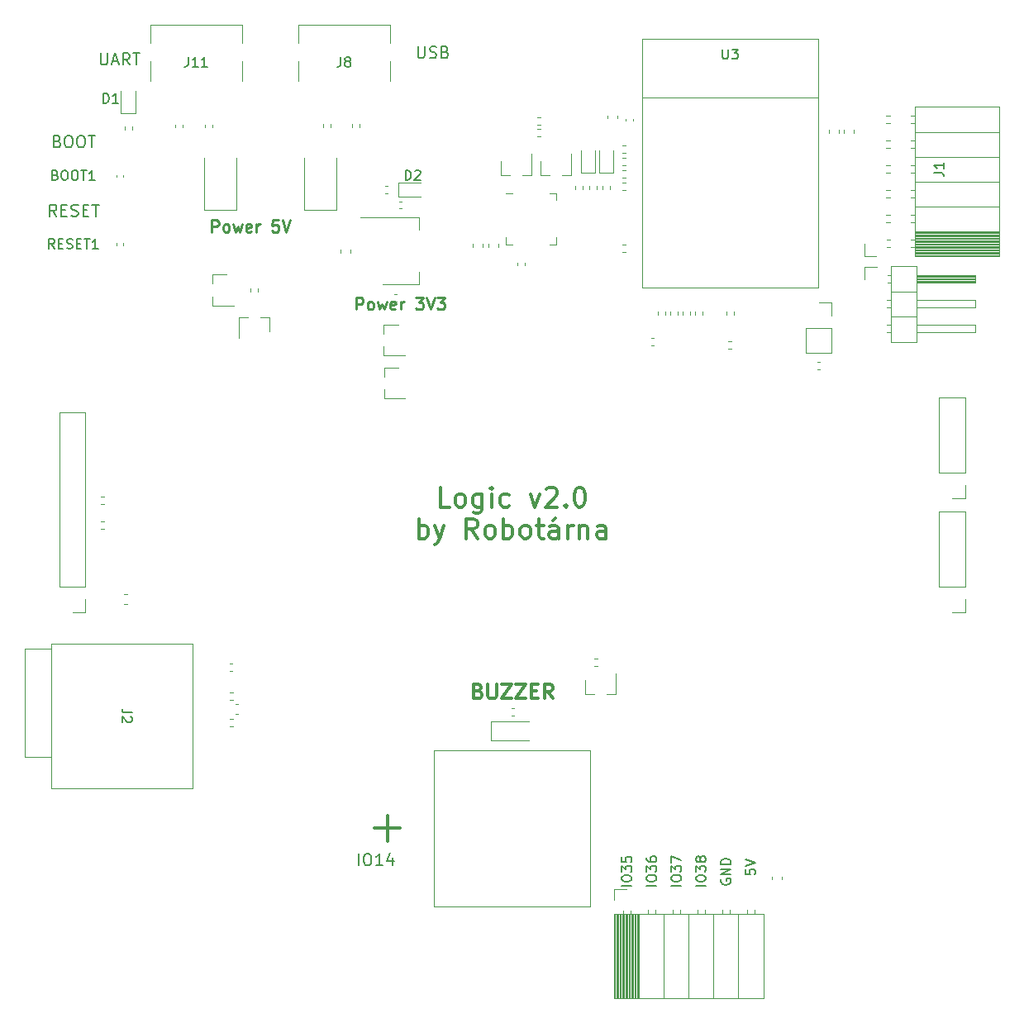
<source format=gto>
G04 #@! TF.GenerationSoftware,KiCad,Pcbnew,6.0.2+dfsg-1*
G04 #@! TF.CreationDate,2023-06-12T22:06:14+02:00*
G04 #@! TF.ProjectId,Logic_1,4c6f6769-635f-4312-9e6b-696361645f70,rev?*
G04 #@! TF.SameCoordinates,Original*
G04 #@! TF.FileFunction,Legend,Top*
G04 #@! TF.FilePolarity,Positive*
%FSLAX46Y46*%
G04 Gerber Fmt 4.6, Leading zero omitted, Abs format (unit mm)*
G04 Created by KiCad (PCBNEW 6.0.2+dfsg-1) date 2023-06-12 22:06:14*
%MOMM*%
%LPD*%
G01*
G04 APERTURE LIST*
%ADD10C,0.200000*%
%ADD11C,0.250000*%
%ADD12C,0.300000*%
%ADD13C,0.150000*%
%ADD14C,0.120000*%
G04 APERTURE END LIST*
D10*
X143252142Y-64667857D02*
X142852142Y-64096428D01*
X142566428Y-64667857D02*
X142566428Y-63467857D01*
X143023571Y-63467857D01*
X143137857Y-63525000D01*
X143195000Y-63582142D01*
X143252142Y-63696428D01*
X143252142Y-63867857D01*
X143195000Y-63982142D01*
X143137857Y-64039285D01*
X143023571Y-64096428D01*
X142566428Y-64096428D01*
X143766428Y-64039285D02*
X144166428Y-64039285D01*
X144337857Y-64667857D02*
X143766428Y-64667857D01*
X143766428Y-63467857D01*
X144337857Y-63467857D01*
X144795000Y-64610714D02*
X144966428Y-64667857D01*
X145252142Y-64667857D01*
X145366428Y-64610714D01*
X145423571Y-64553571D01*
X145480714Y-64439285D01*
X145480714Y-64325000D01*
X145423571Y-64210714D01*
X145366428Y-64153571D01*
X145252142Y-64096428D01*
X145023571Y-64039285D01*
X144909285Y-63982142D01*
X144852142Y-63925000D01*
X144795000Y-63810714D01*
X144795000Y-63696428D01*
X144852142Y-63582142D01*
X144909285Y-63525000D01*
X145023571Y-63467857D01*
X145309285Y-63467857D01*
X145480714Y-63525000D01*
X145995000Y-64039285D02*
X146395000Y-64039285D01*
X146566428Y-64667857D02*
X145995000Y-64667857D01*
X145995000Y-63467857D01*
X146566428Y-63467857D01*
X146909285Y-63467857D02*
X147595000Y-63467857D01*
X147252142Y-64667857D02*
X147252142Y-63467857D01*
D11*
X159185714Y-66257857D02*
X159185714Y-65057857D01*
X159642857Y-65057857D01*
X159757142Y-65115000D01*
X159814285Y-65172142D01*
X159871428Y-65286428D01*
X159871428Y-65457857D01*
X159814285Y-65572142D01*
X159757142Y-65629285D01*
X159642857Y-65686428D01*
X159185714Y-65686428D01*
X160557142Y-66257857D02*
X160442857Y-66200714D01*
X160385714Y-66143571D01*
X160328571Y-66029285D01*
X160328571Y-65686428D01*
X160385714Y-65572142D01*
X160442857Y-65515000D01*
X160557142Y-65457857D01*
X160728571Y-65457857D01*
X160842857Y-65515000D01*
X160900000Y-65572142D01*
X160957142Y-65686428D01*
X160957142Y-66029285D01*
X160900000Y-66143571D01*
X160842857Y-66200714D01*
X160728571Y-66257857D01*
X160557142Y-66257857D01*
X161357142Y-65457857D02*
X161585714Y-66257857D01*
X161814285Y-65686428D01*
X162042857Y-66257857D01*
X162271428Y-65457857D01*
X163185714Y-66200714D02*
X163071428Y-66257857D01*
X162842857Y-66257857D01*
X162728571Y-66200714D01*
X162671428Y-66086428D01*
X162671428Y-65629285D01*
X162728571Y-65515000D01*
X162842857Y-65457857D01*
X163071428Y-65457857D01*
X163185714Y-65515000D01*
X163242857Y-65629285D01*
X163242857Y-65743571D01*
X162671428Y-65857857D01*
X163757142Y-66257857D02*
X163757142Y-65457857D01*
X163757142Y-65686428D02*
X163814285Y-65572142D01*
X163871428Y-65515000D01*
X163985714Y-65457857D01*
X164100000Y-65457857D01*
X165985714Y-65057857D02*
X165414285Y-65057857D01*
X165357142Y-65629285D01*
X165414285Y-65572142D01*
X165528571Y-65515000D01*
X165814285Y-65515000D01*
X165928571Y-65572142D01*
X165985714Y-65629285D01*
X166042857Y-65743571D01*
X166042857Y-66029285D01*
X165985714Y-66143571D01*
X165928571Y-66200714D01*
X165814285Y-66257857D01*
X165528571Y-66257857D01*
X165414285Y-66200714D01*
X165357142Y-66143571D01*
X166385714Y-65057857D02*
X166785714Y-66257857D01*
X167185714Y-65057857D01*
X173974285Y-74202857D02*
X173974285Y-73002857D01*
X174431428Y-73002857D01*
X174545714Y-73060000D01*
X174602857Y-73117142D01*
X174660000Y-73231428D01*
X174660000Y-73402857D01*
X174602857Y-73517142D01*
X174545714Y-73574285D01*
X174431428Y-73631428D01*
X173974285Y-73631428D01*
X175345714Y-74202857D02*
X175231428Y-74145714D01*
X175174285Y-74088571D01*
X175117142Y-73974285D01*
X175117142Y-73631428D01*
X175174285Y-73517142D01*
X175231428Y-73460000D01*
X175345714Y-73402857D01*
X175517142Y-73402857D01*
X175631428Y-73460000D01*
X175688571Y-73517142D01*
X175745714Y-73631428D01*
X175745714Y-73974285D01*
X175688571Y-74088571D01*
X175631428Y-74145714D01*
X175517142Y-74202857D01*
X175345714Y-74202857D01*
X176145714Y-73402857D02*
X176374285Y-74202857D01*
X176602857Y-73631428D01*
X176831428Y-74202857D01*
X177060000Y-73402857D01*
X177974285Y-74145714D02*
X177860000Y-74202857D01*
X177631428Y-74202857D01*
X177517142Y-74145714D01*
X177460000Y-74031428D01*
X177460000Y-73574285D01*
X177517142Y-73460000D01*
X177631428Y-73402857D01*
X177860000Y-73402857D01*
X177974285Y-73460000D01*
X178031428Y-73574285D01*
X178031428Y-73688571D01*
X177460000Y-73802857D01*
X178545714Y-74202857D02*
X178545714Y-73402857D01*
X178545714Y-73631428D02*
X178602857Y-73517142D01*
X178660000Y-73460000D01*
X178774285Y-73402857D01*
X178888571Y-73402857D01*
X180088571Y-73002857D02*
X180831428Y-73002857D01*
X180431428Y-73460000D01*
X180602857Y-73460000D01*
X180717142Y-73517142D01*
X180774285Y-73574285D01*
X180831428Y-73688571D01*
X180831428Y-73974285D01*
X180774285Y-74088571D01*
X180717142Y-74145714D01*
X180602857Y-74202857D01*
X180260000Y-74202857D01*
X180145714Y-74145714D01*
X180088571Y-74088571D01*
X181174285Y-73002857D02*
X181574285Y-74202857D01*
X181974285Y-73002857D01*
X182260000Y-73002857D02*
X183002857Y-73002857D01*
X182602857Y-73460000D01*
X182774285Y-73460000D01*
X182888571Y-73517142D01*
X182945714Y-73574285D01*
X183002857Y-73688571D01*
X183002857Y-73974285D01*
X182945714Y-74088571D01*
X182888571Y-74145714D01*
X182774285Y-74202857D01*
X182431428Y-74202857D01*
X182317142Y-74145714D01*
X182260000Y-74088571D01*
D12*
X175816666Y-127360000D02*
X178483333Y-127360000D01*
X177150000Y-128693333D02*
X177150000Y-126026666D01*
D10*
X143366428Y-56964285D02*
X143537857Y-57021428D01*
X143595000Y-57078571D01*
X143652142Y-57192857D01*
X143652142Y-57364285D01*
X143595000Y-57478571D01*
X143537857Y-57535714D01*
X143423571Y-57592857D01*
X142966428Y-57592857D01*
X142966428Y-56392857D01*
X143366428Y-56392857D01*
X143480714Y-56450000D01*
X143537857Y-56507142D01*
X143595000Y-56621428D01*
X143595000Y-56735714D01*
X143537857Y-56850000D01*
X143480714Y-56907142D01*
X143366428Y-56964285D01*
X142966428Y-56964285D01*
X144395000Y-56392857D02*
X144623571Y-56392857D01*
X144737857Y-56450000D01*
X144852142Y-56564285D01*
X144909285Y-56792857D01*
X144909285Y-57192857D01*
X144852142Y-57421428D01*
X144737857Y-57535714D01*
X144623571Y-57592857D01*
X144395000Y-57592857D01*
X144280714Y-57535714D01*
X144166428Y-57421428D01*
X144109285Y-57192857D01*
X144109285Y-56792857D01*
X144166428Y-56564285D01*
X144280714Y-56450000D01*
X144395000Y-56392857D01*
X145652142Y-56392857D02*
X145880714Y-56392857D01*
X145995000Y-56450000D01*
X146109285Y-56564285D01*
X146166428Y-56792857D01*
X146166428Y-57192857D01*
X146109285Y-57421428D01*
X145995000Y-57535714D01*
X145880714Y-57592857D01*
X145652142Y-57592857D01*
X145537857Y-57535714D01*
X145423571Y-57421428D01*
X145366428Y-57192857D01*
X145366428Y-56792857D01*
X145423571Y-56564285D01*
X145537857Y-56450000D01*
X145652142Y-56392857D01*
X146509285Y-56392857D02*
X147195000Y-56392857D01*
X146852142Y-57592857D02*
X146852142Y-56392857D01*
D13*
X213857380Y-131575476D02*
X213857380Y-132051666D01*
X214333571Y-132099285D01*
X214285952Y-132051666D01*
X214238333Y-131956428D01*
X214238333Y-131718333D01*
X214285952Y-131623095D01*
X214333571Y-131575476D01*
X214428809Y-131527857D01*
X214666904Y-131527857D01*
X214762142Y-131575476D01*
X214809761Y-131623095D01*
X214857380Y-131718333D01*
X214857380Y-131956428D01*
X214809761Y-132051666D01*
X214762142Y-132099285D01*
X213857380Y-131242142D02*
X214857380Y-130908809D01*
X213857380Y-130575476D01*
D10*
X174208571Y-131162857D02*
X174208571Y-129962857D01*
X175008571Y-129962857D02*
X175237142Y-129962857D01*
X175351428Y-130020000D01*
X175465714Y-130134285D01*
X175522857Y-130362857D01*
X175522857Y-130762857D01*
X175465714Y-130991428D01*
X175351428Y-131105714D01*
X175237142Y-131162857D01*
X175008571Y-131162857D01*
X174894285Y-131105714D01*
X174780000Y-130991428D01*
X174722857Y-130762857D01*
X174722857Y-130362857D01*
X174780000Y-130134285D01*
X174894285Y-130020000D01*
X175008571Y-129962857D01*
X176665714Y-131162857D02*
X175980000Y-131162857D01*
X176322857Y-131162857D02*
X176322857Y-129962857D01*
X176208571Y-130134285D01*
X176094285Y-130248571D01*
X175980000Y-130305714D01*
X177694285Y-130362857D02*
X177694285Y-131162857D01*
X177408571Y-129905714D02*
X177122857Y-130762857D01*
X177865714Y-130762857D01*
X147785714Y-47942857D02*
X147785714Y-48914285D01*
X147842857Y-49028571D01*
X147900000Y-49085714D01*
X148014285Y-49142857D01*
X148242857Y-49142857D01*
X148357142Y-49085714D01*
X148414285Y-49028571D01*
X148471428Y-48914285D01*
X148471428Y-47942857D01*
X148985714Y-48800000D02*
X149557142Y-48800000D01*
X148871428Y-49142857D02*
X149271428Y-47942857D01*
X149671428Y-49142857D01*
X150757142Y-49142857D02*
X150357142Y-48571428D01*
X150071428Y-49142857D02*
X150071428Y-47942857D01*
X150528571Y-47942857D01*
X150642857Y-48000000D01*
X150700000Y-48057142D01*
X150757142Y-48171428D01*
X150757142Y-48342857D01*
X150700000Y-48457142D01*
X150642857Y-48514285D01*
X150528571Y-48571428D01*
X150071428Y-48571428D01*
X151100000Y-47942857D02*
X151785714Y-47942857D01*
X151442857Y-49142857D02*
X151442857Y-47942857D01*
D13*
X207242380Y-133246190D02*
X206242380Y-133246190D01*
X206242380Y-132579523D02*
X206242380Y-132389047D01*
X206290000Y-132293809D01*
X206385238Y-132198571D01*
X206575714Y-132150952D01*
X206909047Y-132150952D01*
X207099523Y-132198571D01*
X207194761Y-132293809D01*
X207242380Y-132389047D01*
X207242380Y-132579523D01*
X207194761Y-132674761D01*
X207099523Y-132770000D01*
X206909047Y-132817619D01*
X206575714Y-132817619D01*
X206385238Y-132770000D01*
X206290000Y-132674761D01*
X206242380Y-132579523D01*
X206242380Y-131817619D02*
X206242380Y-131198571D01*
X206623333Y-131531904D01*
X206623333Y-131389047D01*
X206670952Y-131293809D01*
X206718571Y-131246190D01*
X206813809Y-131198571D01*
X207051904Y-131198571D01*
X207147142Y-131246190D01*
X207194761Y-131293809D01*
X207242380Y-131389047D01*
X207242380Y-131674761D01*
X207194761Y-131770000D01*
X207147142Y-131817619D01*
X206242380Y-130865238D02*
X206242380Y-130198571D01*
X207242380Y-130627142D01*
X202162380Y-133261190D02*
X201162380Y-133261190D01*
X201162380Y-132594523D02*
X201162380Y-132404047D01*
X201210000Y-132308809D01*
X201305238Y-132213571D01*
X201495714Y-132165952D01*
X201829047Y-132165952D01*
X202019523Y-132213571D01*
X202114761Y-132308809D01*
X202162380Y-132404047D01*
X202162380Y-132594523D01*
X202114761Y-132689761D01*
X202019523Y-132785000D01*
X201829047Y-132832619D01*
X201495714Y-132832619D01*
X201305238Y-132785000D01*
X201210000Y-132689761D01*
X201162380Y-132594523D01*
X201162380Y-131832619D02*
X201162380Y-131213571D01*
X201543333Y-131546904D01*
X201543333Y-131404047D01*
X201590952Y-131308809D01*
X201638571Y-131261190D01*
X201733809Y-131213571D01*
X201971904Y-131213571D01*
X202067142Y-131261190D01*
X202114761Y-131308809D01*
X202162380Y-131404047D01*
X202162380Y-131689761D01*
X202114761Y-131785000D01*
X202067142Y-131832619D01*
X201162380Y-130308809D02*
X201162380Y-130785000D01*
X201638571Y-130832619D01*
X201590952Y-130785000D01*
X201543333Y-130689761D01*
X201543333Y-130451666D01*
X201590952Y-130356428D01*
X201638571Y-130308809D01*
X201733809Y-130261190D01*
X201971904Y-130261190D01*
X202067142Y-130308809D01*
X202114761Y-130356428D01*
X202162380Y-130451666D01*
X202162380Y-130689761D01*
X202114761Y-130785000D01*
X202067142Y-130832619D01*
X209772380Y-133256190D02*
X208772380Y-133256190D01*
X208772380Y-132589523D02*
X208772380Y-132399047D01*
X208820000Y-132303809D01*
X208915238Y-132208571D01*
X209105714Y-132160952D01*
X209439047Y-132160952D01*
X209629523Y-132208571D01*
X209724761Y-132303809D01*
X209772380Y-132399047D01*
X209772380Y-132589523D01*
X209724761Y-132684761D01*
X209629523Y-132780000D01*
X209439047Y-132827619D01*
X209105714Y-132827619D01*
X208915238Y-132780000D01*
X208820000Y-132684761D01*
X208772380Y-132589523D01*
X208772380Y-131827619D02*
X208772380Y-131208571D01*
X209153333Y-131541904D01*
X209153333Y-131399047D01*
X209200952Y-131303809D01*
X209248571Y-131256190D01*
X209343809Y-131208571D01*
X209581904Y-131208571D01*
X209677142Y-131256190D01*
X209724761Y-131303809D01*
X209772380Y-131399047D01*
X209772380Y-131684761D01*
X209724761Y-131780000D01*
X209677142Y-131827619D01*
X209200952Y-130637142D02*
X209153333Y-130732380D01*
X209105714Y-130780000D01*
X209010476Y-130827619D01*
X208962857Y-130827619D01*
X208867619Y-130780000D01*
X208820000Y-130732380D01*
X208772380Y-130637142D01*
X208772380Y-130446666D01*
X208820000Y-130351428D01*
X208867619Y-130303809D01*
X208962857Y-130256190D01*
X209010476Y-130256190D01*
X209105714Y-130303809D01*
X209153333Y-130351428D01*
X209200952Y-130446666D01*
X209200952Y-130637142D01*
X209248571Y-130732380D01*
X209296190Y-130780000D01*
X209391428Y-130827619D01*
X209581904Y-130827619D01*
X209677142Y-130780000D01*
X209724761Y-130732380D01*
X209772380Y-130637142D01*
X209772380Y-130446666D01*
X209724761Y-130351428D01*
X209677142Y-130303809D01*
X209581904Y-130256190D01*
X209391428Y-130256190D01*
X209296190Y-130303809D01*
X209248571Y-130351428D01*
X209200952Y-130446666D01*
X211375000Y-132576904D02*
X211327380Y-132672142D01*
X211327380Y-132815000D01*
X211375000Y-132957857D01*
X211470238Y-133053095D01*
X211565476Y-133100714D01*
X211755952Y-133148333D01*
X211898809Y-133148333D01*
X212089285Y-133100714D01*
X212184523Y-133053095D01*
X212279761Y-132957857D01*
X212327380Y-132815000D01*
X212327380Y-132719761D01*
X212279761Y-132576904D01*
X212232142Y-132529285D01*
X211898809Y-132529285D01*
X211898809Y-132719761D01*
X212327380Y-132100714D02*
X211327380Y-132100714D01*
X212327380Y-131529285D01*
X211327380Y-131529285D01*
X212327380Y-131053095D02*
X211327380Y-131053095D01*
X211327380Y-130815000D01*
X211375000Y-130672142D01*
X211470238Y-130576904D01*
X211565476Y-130529285D01*
X211755952Y-130481666D01*
X211898809Y-130481666D01*
X212089285Y-130529285D01*
X212184523Y-130576904D01*
X212279761Y-130672142D01*
X212327380Y-130815000D01*
X212327380Y-131053095D01*
D12*
X186464285Y-113292857D02*
X186678571Y-113364285D01*
X186750000Y-113435714D01*
X186821428Y-113578571D01*
X186821428Y-113792857D01*
X186750000Y-113935714D01*
X186678571Y-114007142D01*
X186535714Y-114078571D01*
X185964285Y-114078571D01*
X185964285Y-112578571D01*
X186464285Y-112578571D01*
X186607142Y-112650000D01*
X186678571Y-112721428D01*
X186750000Y-112864285D01*
X186750000Y-113007142D01*
X186678571Y-113150000D01*
X186607142Y-113221428D01*
X186464285Y-113292857D01*
X185964285Y-113292857D01*
X187464285Y-112578571D02*
X187464285Y-113792857D01*
X187535714Y-113935714D01*
X187607142Y-114007142D01*
X187750000Y-114078571D01*
X188035714Y-114078571D01*
X188178571Y-114007142D01*
X188250000Y-113935714D01*
X188321428Y-113792857D01*
X188321428Y-112578571D01*
X188892857Y-112578571D02*
X189892857Y-112578571D01*
X188892857Y-114078571D01*
X189892857Y-114078571D01*
X190321428Y-112578571D02*
X191321428Y-112578571D01*
X190321428Y-114078571D01*
X191321428Y-114078571D01*
X191892857Y-113292857D02*
X192392857Y-113292857D01*
X192607142Y-114078571D02*
X191892857Y-114078571D01*
X191892857Y-112578571D01*
X192607142Y-112578571D01*
X194107142Y-114078571D02*
X193607142Y-113364285D01*
X193250000Y-114078571D02*
X193250000Y-112578571D01*
X193821428Y-112578571D01*
X193964285Y-112650000D01*
X194035714Y-112721428D01*
X194107142Y-112864285D01*
X194107142Y-113078571D01*
X194035714Y-113221428D01*
X193964285Y-113292857D01*
X193821428Y-113364285D01*
X193250000Y-113364285D01*
X183521428Y-94444761D02*
X182569047Y-94444761D01*
X182569047Y-92444761D01*
X184473809Y-94444761D02*
X184283333Y-94349523D01*
X184188095Y-94254285D01*
X184092857Y-94063809D01*
X184092857Y-93492380D01*
X184188095Y-93301904D01*
X184283333Y-93206666D01*
X184473809Y-93111428D01*
X184759523Y-93111428D01*
X184950000Y-93206666D01*
X185045238Y-93301904D01*
X185140476Y-93492380D01*
X185140476Y-94063809D01*
X185045238Y-94254285D01*
X184950000Y-94349523D01*
X184759523Y-94444761D01*
X184473809Y-94444761D01*
X186854761Y-93111428D02*
X186854761Y-94730476D01*
X186759523Y-94920952D01*
X186664285Y-95016190D01*
X186473809Y-95111428D01*
X186188095Y-95111428D01*
X185997619Y-95016190D01*
X186854761Y-94349523D02*
X186664285Y-94444761D01*
X186283333Y-94444761D01*
X186092857Y-94349523D01*
X185997619Y-94254285D01*
X185902380Y-94063809D01*
X185902380Y-93492380D01*
X185997619Y-93301904D01*
X186092857Y-93206666D01*
X186283333Y-93111428D01*
X186664285Y-93111428D01*
X186854761Y-93206666D01*
X187807142Y-94444761D02*
X187807142Y-93111428D01*
X187807142Y-92444761D02*
X187711904Y-92540000D01*
X187807142Y-92635238D01*
X187902380Y-92540000D01*
X187807142Y-92444761D01*
X187807142Y-92635238D01*
X189616666Y-94349523D02*
X189426190Y-94444761D01*
X189045238Y-94444761D01*
X188854761Y-94349523D01*
X188759523Y-94254285D01*
X188664285Y-94063809D01*
X188664285Y-93492380D01*
X188759523Y-93301904D01*
X188854761Y-93206666D01*
X189045238Y-93111428D01*
X189426190Y-93111428D01*
X189616666Y-93206666D01*
X191807142Y-93111428D02*
X192283333Y-94444761D01*
X192759523Y-93111428D01*
X193426190Y-92635238D02*
X193521428Y-92540000D01*
X193711904Y-92444761D01*
X194188095Y-92444761D01*
X194378571Y-92540000D01*
X194473809Y-92635238D01*
X194569047Y-92825714D01*
X194569047Y-93016190D01*
X194473809Y-93301904D01*
X193330952Y-94444761D01*
X194569047Y-94444761D01*
X195426190Y-94254285D02*
X195521428Y-94349523D01*
X195426190Y-94444761D01*
X195330952Y-94349523D01*
X195426190Y-94254285D01*
X195426190Y-94444761D01*
X196759523Y-92444761D02*
X196950000Y-92444761D01*
X197140476Y-92540000D01*
X197235714Y-92635238D01*
X197330952Y-92825714D01*
X197426190Y-93206666D01*
X197426190Y-93682857D01*
X197330952Y-94063809D01*
X197235714Y-94254285D01*
X197140476Y-94349523D01*
X196950000Y-94444761D01*
X196759523Y-94444761D01*
X196569047Y-94349523D01*
X196473809Y-94254285D01*
X196378571Y-94063809D01*
X196283333Y-93682857D01*
X196283333Y-93206666D01*
X196378571Y-92825714D01*
X196473809Y-92635238D01*
X196569047Y-92540000D01*
X196759523Y-92444761D01*
X180378571Y-97664761D02*
X180378571Y-95664761D01*
X180378571Y-96426666D02*
X180569047Y-96331428D01*
X180950000Y-96331428D01*
X181140476Y-96426666D01*
X181235714Y-96521904D01*
X181330952Y-96712380D01*
X181330952Y-97283809D01*
X181235714Y-97474285D01*
X181140476Y-97569523D01*
X180950000Y-97664761D01*
X180569047Y-97664761D01*
X180378571Y-97569523D01*
X181997619Y-96331428D02*
X182473809Y-97664761D01*
X182950000Y-96331428D02*
X182473809Y-97664761D01*
X182283333Y-98140952D01*
X182188095Y-98236190D01*
X181997619Y-98331428D01*
X186378571Y-97664761D02*
X185711904Y-96712380D01*
X185235714Y-97664761D02*
X185235714Y-95664761D01*
X185997619Y-95664761D01*
X186188095Y-95760000D01*
X186283333Y-95855238D01*
X186378571Y-96045714D01*
X186378571Y-96331428D01*
X186283333Y-96521904D01*
X186188095Y-96617142D01*
X185997619Y-96712380D01*
X185235714Y-96712380D01*
X187521428Y-97664761D02*
X187330952Y-97569523D01*
X187235714Y-97474285D01*
X187140476Y-97283809D01*
X187140476Y-96712380D01*
X187235714Y-96521904D01*
X187330952Y-96426666D01*
X187521428Y-96331428D01*
X187807142Y-96331428D01*
X187997619Y-96426666D01*
X188092857Y-96521904D01*
X188188095Y-96712380D01*
X188188095Y-97283809D01*
X188092857Y-97474285D01*
X187997619Y-97569523D01*
X187807142Y-97664761D01*
X187521428Y-97664761D01*
X189045238Y-97664761D02*
X189045238Y-95664761D01*
X189045238Y-96426666D02*
X189235714Y-96331428D01*
X189616666Y-96331428D01*
X189807142Y-96426666D01*
X189902380Y-96521904D01*
X189997619Y-96712380D01*
X189997619Y-97283809D01*
X189902380Y-97474285D01*
X189807142Y-97569523D01*
X189616666Y-97664761D01*
X189235714Y-97664761D01*
X189045238Y-97569523D01*
X191140476Y-97664761D02*
X190950000Y-97569523D01*
X190854761Y-97474285D01*
X190759523Y-97283809D01*
X190759523Y-96712380D01*
X190854761Y-96521904D01*
X190950000Y-96426666D01*
X191140476Y-96331428D01*
X191426190Y-96331428D01*
X191616666Y-96426666D01*
X191711904Y-96521904D01*
X191807142Y-96712380D01*
X191807142Y-97283809D01*
X191711904Y-97474285D01*
X191616666Y-97569523D01*
X191426190Y-97664761D01*
X191140476Y-97664761D01*
X192378571Y-96331428D02*
X193140476Y-96331428D01*
X192664285Y-95664761D02*
X192664285Y-97379047D01*
X192759523Y-97569523D01*
X192950000Y-97664761D01*
X193140476Y-97664761D01*
X194664285Y-97664761D02*
X194664285Y-96617142D01*
X194569047Y-96426666D01*
X194378571Y-96331428D01*
X193997619Y-96331428D01*
X193807142Y-96426666D01*
X194664285Y-97569523D02*
X194473809Y-97664761D01*
X193997619Y-97664761D01*
X193807142Y-97569523D01*
X193711904Y-97379047D01*
X193711904Y-97188571D01*
X193807142Y-96998095D01*
X193997619Y-96902857D01*
X194473809Y-96902857D01*
X194664285Y-96807619D01*
X194378571Y-95569523D02*
X194092857Y-95855238D01*
X195616666Y-97664761D02*
X195616666Y-96331428D01*
X195616666Y-96712380D02*
X195711904Y-96521904D01*
X195807142Y-96426666D01*
X195997619Y-96331428D01*
X196188095Y-96331428D01*
X196854761Y-96331428D02*
X196854761Y-97664761D01*
X196854761Y-96521904D02*
X196950000Y-96426666D01*
X197140476Y-96331428D01*
X197426190Y-96331428D01*
X197616666Y-96426666D01*
X197711904Y-96617142D01*
X197711904Y-97664761D01*
X199521428Y-97664761D02*
X199521428Y-96617142D01*
X199426190Y-96426666D01*
X199235714Y-96331428D01*
X198854761Y-96331428D01*
X198664285Y-96426666D01*
X199521428Y-97569523D02*
X199330952Y-97664761D01*
X198854761Y-97664761D01*
X198664285Y-97569523D01*
X198569047Y-97379047D01*
X198569047Y-97188571D01*
X198664285Y-96998095D01*
X198854761Y-96902857D01*
X199330952Y-96902857D01*
X199521428Y-96807619D01*
D13*
X204702380Y-133251190D02*
X203702380Y-133251190D01*
X203702380Y-132584523D02*
X203702380Y-132394047D01*
X203750000Y-132298809D01*
X203845238Y-132203571D01*
X204035714Y-132155952D01*
X204369047Y-132155952D01*
X204559523Y-132203571D01*
X204654761Y-132298809D01*
X204702380Y-132394047D01*
X204702380Y-132584523D01*
X204654761Y-132679761D01*
X204559523Y-132775000D01*
X204369047Y-132822619D01*
X204035714Y-132822619D01*
X203845238Y-132775000D01*
X203750000Y-132679761D01*
X203702380Y-132584523D01*
X203702380Y-131822619D02*
X203702380Y-131203571D01*
X204083333Y-131536904D01*
X204083333Y-131394047D01*
X204130952Y-131298809D01*
X204178571Y-131251190D01*
X204273809Y-131203571D01*
X204511904Y-131203571D01*
X204607142Y-131251190D01*
X204654761Y-131298809D01*
X204702380Y-131394047D01*
X204702380Y-131679761D01*
X204654761Y-131775000D01*
X204607142Y-131822619D01*
X203702380Y-130346428D02*
X203702380Y-130536904D01*
X203750000Y-130632142D01*
X203797619Y-130679761D01*
X203940476Y-130775000D01*
X204130952Y-130822619D01*
X204511904Y-130822619D01*
X204607142Y-130775000D01*
X204654761Y-130727380D01*
X204702380Y-130632142D01*
X204702380Y-130441666D01*
X204654761Y-130346428D01*
X204607142Y-130298809D01*
X204511904Y-130251190D01*
X204273809Y-130251190D01*
X204178571Y-130298809D01*
X204130952Y-130346428D01*
X204083333Y-130441666D01*
X204083333Y-130632142D01*
X204130952Y-130727380D01*
X204178571Y-130775000D01*
X204273809Y-130822619D01*
D10*
X180285714Y-47242857D02*
X180285714Y-48214285D01*
X180342857Y-48328571D01*
X180400000Y-48385714D01*
X180514285Y-48442857D01*
X180742857Y-48442857D01*
X180857142Y-48385714D01*
X180914285Y-48328571D01*
X180971428Y-48214285D01*
X180971428Y-47242857D01*
X181485714Y-48385714D02*
X181657142Y-48442857D01*
X181942857Y-48442857D01*
X182057142Y-48385714D01*
X182114285Y-48328571D01*
X182171428Y-48214285D01*
X182171428Y-48100000D01*
X182114285Y-47985714D01*
X182057142Y-47928571D01*
X181942857Y-47871428D01*
X181714285Y-47814285D01*
X181600000Y-47757142D01*
X181542857Y-47700000D01*
X181485714Y-47585714D01*
X181485714Y-47471428D01*
X181542857Y-47357142D01*
X181600000Y-47300000D01*
X181714285Y-47242857D01*
X182000000Y-47242857D01*
X182171428Y-47300000D01*
X183085714Y-47814285D02*
X183257142Y-47871428D01*
X183314285Y-47928571D01*
X183371428Y-48042857D01*
X183371428Y-48214285D01*
X183314285Y-48328571D01*
X183257142Y-48385714D01*
X183142857Y-48442857D01*
X182685714Y-48442857D01*
X182685714Y-47242857D01*
X183085714Y-47242857D01*
X183200000Y-47300000D01*
X183257142Y-47357142D01*
X183314285Y-47471428D01*
X183314285Y-47585714D01*
X183257142Y-47700000D01*
X183200000Y-47757142D01*
X183085714Y-47814285D01*
X182685714Y-47814285D01*
D13*
G04 #@! TO.C,J2*
X150977619Y-115519166D02*
X150263333Y-115519166D01*
X150120476Y-115471547D01*
X150025238Y-115376309D01*
X149977619Y-115233452D01*
X149977619Y-115138214D01*
X150882380Y-115947738D02*
X150930000Y-115995357D01*
X150977619Y-116090595D01*
X150977619Y-116328690D01*
X150930000Y-116423928D01*
X150882380Y-116471547D01*
X150787142Y-116519166D01*
X150691904Y-116519166D01*
X150549047Y-116471547D01*
X149977619Y-115900119D01*
X149977619Y-116519166D01*
G04 #@! TO.C,U3*
X211493095Y-47547380D02*
X211493095Y-48356904D01*
X211540714Y-48452142D01*
X211588333Y-48499761D01*
X211683571Y-48547380D01*
X211874047Y-48547380D01*
X211969285Y-48499761D01*
X212016904Y-48452142D01*
X212064523Y-48356904D01*
X212064523Y-47547380D01*
X212445476Y-47547380D02*
X213064523Y-47547380D01*
X212731190Y-47928333D01*
X212874047Y-47928333D01*
X212969285Y-47975952D01*
X213016904Y-48023571D01*
X213064523Y-48118809D01*
X213064523Y-48356904D01*
X213016904Y-48452142D01*
X212969285Y-48499761D01*
X212874047Y-48547380D01*
X212588333Y-48547380D01*
X212493095Y-48499761D01*
X212445476Y-48452142D01*
G04 #@! TO.C,D2*
X179011904Y-60942380D02*
X179011904Y-59942380D01*
X179250000Y-59942380D01*
X179392857Y-59990000D01*
X179488095Y-60085238D01*
X179535714Y-60180476D01*
X179583333Y-60370952D01*
X179583333Y-60513809D01*
X179535714Y-60704285D01*
X179488095Y-60799523D01*
X179392857Y-60894761D01*
X179250000Y-60942380D01*
X179011904Y-60942380D01*
X179964285Y-60037619D02*
X180011904Y-59990000D01*
X180107142Y-59942380D01*
X180345238Y-59942380D01*
X180440476Y-59990000D01*
X180488095Y-60037619D01*
X180535714Y-60132857D01*
X180535714Y-60228095D01*
X180488095Y-60370952D01*
X179916666Y-60942380D01*
X180535714Y-60942380D01*
G04 #@! TO.C,D1*
X148051904Y-53052380D02*
X148051904Y-52052380D01*
X148290000Y-52052380D01*
X148432857Y-52100000D01*
X148528095Y-52195238D01*
X148575714Y-52290476D01*
X148623333Y-52480952D01*
X148623333Y-52623809D01*
X148575714Y-52814285D01*
X148528095Y-52909523D01*
X148432857Y-53004761D01*
X148290000Y-53052380D01*
X148051904Y-53052380D01*
X149575714Y-53052380D02*
X149004285Y-53052380D01*
X149290000Y-53052380D02*
X149290000Y-52052380D01*
X149194761Y-52195238D01*
X149099523Y-52290476D01*
X149004285Y-52338095D01*
G04 #@! TO.C,J8*
X172376666Y-48357380D02*
X172376666Y-49071666D01*
X172329047Y-49214523D01*
X172233809Y-49309761D01*
X172090952Y-49357380D01*
X171995714Y-49357380D01*
X172995714Y-48785952D02*
X172900476Y-48738333D01*
X172852857Y-48690714D01*
X172805238Y-48595476D01*
X172805238Y-48547857D01*
X172852857Y-48452619D01*
X172900476Y-48405000D01*
X172995714Y-48357380D01*
X173186190Y-48357380D01*
X173281428Y-48405000D01*
X173329047Y-48452619D01*
X173376666Y-48547857D01*
X173376666Y-48595476D01*
X173329047Y-48690714D01*
X173281428Y-48738333D01*
X173186190Y-48785952D01*
X172995714Y-48785952D01*
X172900476Y-48833571D01*
X172852857Y-48881190D01*
X172805238Y-48976428D01*
X172805238Y-49166904D01*
X172852857Y-49262142D01*
X172900476Y-49309761D01*
X172995714Y-49357380D01*
X173186190Y-49357380D01*
X173281428Y-49309761D01*
X173329047Y-49262142D01*
X173376666Y-49166904D01*
X173376666Y-48976428D01*
X173329047Y-48881190D01*
X173281428Y-48833571D01*
X173186190Y-48785952D01*
G04 #@! TO.C,BOOT1*
X143136666Y-60438571D02*
X143279523Y-60486190D01*
X143327142Y-60533809D01*
X143374761Y-60629047D01*
X143374761Y-60771904D01*
X143327142Y-60867142D01*
X143279523Y-60914761D01*
X143184285Y-60962380D01*
X142803333Y-60962380D01*
X142803333Y-59962380D01*
X143136666Y-59962380D01*
X143231904Y-60010000D01*
X143279523Y-60057619D01*
X143327142Y-60152857D01*
X143327142Y-60248095D01*
X143279523Y-60343333D01*
X143231904Y-60390952D01*
X143136666Y-60438571D01*
X142803333Y-60438571D01*
X143993809Y-59962380D02*
X144184285Y-59962380D01*
X144279523Y-60010000D01*
X144374761Y-60105238D01*
X144422380Y-60295714D01*
X144422380Y-60629047D01*
X144374761Y-60819523D01*
X144279523Y-60914761D01*
X144184285Y-60962380D01*
X143993809Y-60962380D01*
X143898571Y-60914761D01*
X143803333Y-60819523D01*
X143755714Y-60629047D01*
X143755714Y-60295714D01*
X143803333Y-60105238D01*
X143898571Y-60010000D01*
X143993809Y-59962380D01*
X145041428Y-59962380D02*
X145231904Y-59962380D01*
X145327142Y-60010000D01*
X145422380Y-60105238D01*
X145470000Y-60295714D01*
X145470000Y-60629047D01*
X145422380Y-60819523D01*
X145327142Y-60914761D01*
X145231904Y-60962380D01*
X145041428Y-60962380D01*
X144946190Y-60914761D01*
X144850952Y-60819523D01*
X144803333Y-60629047D01*
X144803333Y-60295714D01*
X144850952Y-60105238D01*
X144946190Y-60010000D01*
X145041428Y-59962380D01*
X145755714Y-59962380D02*
X146327142Y-59962380D01*
X146041428Y-60962380D02*
X146041428Y-59962380D01*
X147184285Y-60962380D02*
X146612857Y-60962380D01*
X146898571Y-60962380D02*
X146898571Y-59962380D01*
X146803333Y-60105238D01*
X146708095Y-60200476D01*
X146612857Y-60248095D01*
G04 #@! TO.C,RESET1*
X143041428Y-67982380D02*
X142708095Y-67506190D01*
X142470000Y-67982380D02*
X142470000Y-66982380D01*
X142850952Y-66982380D01*
X142946190Y-67030000D01*
X142993809Y-67077619D01*
X143041428Y-67172857D01*
X143041428Y-67315714D01*
X142993809Y-67410952D01*
X142946190Y-67458571D01*
X142850952Y-67506190D01*
X142470000Y-67506190D01*
X143470000Y-67458571D02*
X143803333Y-67458571D01*
X143946190Y-67982380D02*
X143470000Y-67982380D01*
X143470000Y-66982380D01*
X143946190Y-66982380D01*
X144327142Y-67934761D02*
X144470000Y-67982380D01*
X144708095Y-67982380D01*
X144803333Y-67934761D01*
X144850952Y-67887142D01*
X144898571Y-67791904D01*
X144898571Y-67696666D01*
X144850952Y-67601428D01*
X144803333Y-67553809D01*
X144708095Y-67506190D01*
X144517619Y-67458571D01*
X144422380Y-67410952D01*
X144374761Y-67363333D01*
X144327142Y-67268095D01*
X144327142Y-67172857D01*
X144374761Y-67077619D01*
X144422380Y-67030000D01*
X144517619Y-66982380D01*
X144755714Y-66982380D01*
X144898571Y-67030000D01*
X145327142Y-67458571D02*
X145660476Y-67458571D01*
X145803333Y-67982380D02*
X145327142Y-67982380D01*
X145327142Y-66982380D01*
X145803333Y-66982380D01*
X146089047Y-66982380D02*
X146660476Y-66982380D01*
X146374761Y-67982380D02*
X146374761Y-66982380D01*
X147517619Y-67982380D02*
X146946190Y-67982380D01*
X147231904Y-67982380D02*
X147231904Y-66982380D01*
X147136666Y-67125238D01*
X147041428Y-67220476D01*
X146946190Y-67268095D01*
G04 #@! TO.C,J11*
X156755476Y-48352380D02*
X156755476Y-49066666D01*
X156707857Y-49209523D01*
X156612619Y-49304761D01*
X156469761Y-49352380D01*
X156374523Y-49352380D01*
X157755476Y-49352380D02*
X157184047Y-49352380D01*
X157469761Y-49352380D02*
X157469761Y-48352380D01*
X157374523Y-48495238D01*
X157279285Y-48590476D01*
X157184047Y-48638095D01*
X158707857Y-49352380D02*
X158136428Y-49352380D01*
X158422142Y-49352380D02*
X158422142Y-48352380D01*
X158326904Y-48495238D01*
X158231666Y-48590476D01*
X158136428Y-48638095D01*
G04 #@! TO.C,J1*
X233157380Y-60188333D02*
X233871666Y-60188333D01*
X234014523Y-60235952D01*
X234109761Y-60331190D01*
X234157380Y-60474047D01*
X234157380Y-60569285D01*
X234157380Y-59188333D02*
X234157380Y-59759761D01*
X234157380Y-59474047D02*
X233157380Y-59474047D01*
X233300238Y-59569285D01*
X233395476Y-59664523D01*
X233443095Y-59759761D01*
D14*
G04 #@! TO.C,R19*
X198356359Y-110780000D02*
X198663641Y-110780000D01*
X198356359Y-110020000D02*
X198663641Y-110020000D01*
G04 #@! TO.C,J2*
X142680000Y-109002500D02*
X140030000Y-109002500D01*
X140030000Y-109002500D02*
X140030000Y-120052500D01*
X140030000Y-120052500D02*
X142680000Y-120052500D01*
X142680000Y-120052500D02*
X142680000Y-109002500D01*
X157180000Y-108452500D02*
X142680000Y-108452500D01*
X142680000Y-108452500D02*
X142680000Y-123252500D01*
X142680000Y-123252500D02*
X157180000Y-123252500D01*
X157180000Y-123252500D02*
X157180000Y-108452500D01*
G04 #@! TO.C,Q6*
X200580000Y-113660000D02*
X199650000Y-113660000D01*
X197420000Y-113660000D02*
X197420000Y-112200000D01*
X197420000Y-113660000D02*
X198350000Y-113660000D01*
X200580000Y-113660000D02*
X200580000Y-111500000D01*
G04 #@! TO.C,D114*
X187750000Y-116400000D02*
X187750000Y-118400000D01*
X187750000Y-118400000D02*
X191650000Y-118400000D01*
X187750000Y-116400000D02*
X191650000Y-116400000D01*
G04 #@! TO.C,R16*
X174340000Y-55548641D02*
X174340000Y-55241359D01*
X173580000Y-55548641D02*
X173580000Y-55241359D01*
G04 #@! TO.C,R17*
X170575000Y-55538641D02*
X170575000Y-55231359D01*
X171335000Y-55538641D02*
X171335000Y-55231359D01*
G04 #@! TO.C,J3*
X214025000Y-136130000D02*
X214025000Y-135720000D01*
X202010235Y-144760000D02*
X202010235Y-136130000D01*
X200355000Y-133560000D02*
X201685000Y-133560000D01*
X202718805Y-144760000D02*
X202718805Y-136130000D01*
X201774045Y-144760000D02*
X201774045Y-136130000D01*
X200947380Y-144760000D02*
X200947380Y-136130000D01*
X208945000Y-136130000D02*
X208945000Y-135720000D01*
X212205000Y-136130000D02*
X212205000Y-135720000D01*
X201301665Y-144760000D02*
X201301665Y-136130000D01*
X201537855Y-144760000D02*
X201537855Y-136130000D01*
X204585000Y-136130000D02*
X204585000Y-135720000D01*
X213115000Y-144760000D02*
X213115000Y-136130000D01*
X215715000Y-144760000D02*
X215715000Y-136130000D01*
X200355000Y-134670000D02*
X200355000Y-133560000D01*
X200355000Y-136130000D02*
X215715000Y-136130000D01*
X207125000Y-136130000D02*
X207125000Y-135720000D01*
X211485000Y-136130000D02*
X211485000Y-135720000D01*
X203865000Y-136130000D02*
X203865000Y-135720000D01*
X202364520Y-144760000D02*
X202364520Y-136130000D01*
X202045000Y-136130000D02*
X202045000Y-135780000D01*
X206405000Y-136130000D02*
X206405000Y-135720000D01*
X201419760Y-144760000D02*
X201419760Y-136130000D01*
X201892140Y-144760000D02*
X201892140Y-136130000D01*
X202246425Y-144760000D02*
X202246425Y-136130000D01*
X202128330Y-144760000D02*
X202128330Y-136130000D01*
X214745000Y-136130000D02*
X214745000Y-135720000D01*
X200711190Y-144760000D02*
X200711190Y-136130000D01*
X209665000Y-136130000D02*
X209665000Y-135720000D01*
X205495000Y-144760000D02*
X205495000Y-136130000D01*
X201065475Y-144760000D02*
X201065475Y-136130000D01*
X200593095Y-144760000D02*
X200593095Y-136130000D01*
X201325000Y-136130000D02*
X201325000Y-135780000D01*
X200829285Y-144760000D02*
X200829285Y-136130000D01*
X202955000Y-144760000D02*
X202955000Y-136130000D01*
X200475000Y-144760000D02*
X200475000Y-136130000D01*
X202482615Y-144760000D02*
X202482615Y-136130000D01*
X201183570Y-144760000D02*
X201183570Y-136130000D01*
X201655950Y-144760000D02*
X201655950Y-136130000D01*
X200355000Y-144760000D02*
X215715000Y-144760000D01*
X200355000Y-144760000D02*
X200355000Y-136130000D01*
X202600710Y-144760000D02*
X202600710Y-136130000D01*
X208035000Y-144760000D02*
X208035000Y-136130000D01*
X210575000Y-144760000D02*
X210575000Y-136130000D01*
X202836900Y-144760000D02*
X202836900Y-136130000D01*
G04 #@! TO.C,C24*
X187540000Y-67790580D02*
X187540000Y-67509420D01*
X188560000Y-67790580D02*
X188560000Y-67509420D01*
G04 #@! TO.C,U3*
X203255000Y-52495000D02*
X221255000Y-52495000D01*
X221255000Y-52495000D02*
X221255000Y-46495000D01*
X221255000Y-46495000D02*
X203255000Y-46495000D01*
X203255000Y-46495000D02*
X203255000Y-52495000D01*
X203255000Y-52495000D02*
X221255000Y-52495000D01*
X221255000Y-52495000D02*
X221255000Y-71995000D01*
X221255000Y-71995000D02*
X203255000Y-71995000D01*
X203255000Y-71995000D02*
X203255000Y-52495000D01*
G04 #@! TO.C,C25*
X178382164Y-63145000D02*
X178597836Y-63145000D01*
X178382164Y-63865000D02*
X178597836Y-63865000D01*
G04 #@! TO.C,D2*
X178262500Y-62670000D02*
X180547500Y-62670000D01*
X178262500Y-61200000D02*
X178262500Y-62670000D01*
X180547500Y-61200000D02*
X178262500Y-61200000D01*
G04 #@! TO.C,C1*
X222420000Y-55834420D02*
X222420000Y-56115580D01*
X223440000Y-55834420D02*
X223440000Y-56115580D01*
G04 #@! TO.C,C4*
X216530000Y-132625580D02*
X216530000Y-132344420D01*
X217550000Y-132625580D02*
X217550000Y-132344420D01*
G04 #@! TO.C,D10*
X196960000Y-60192500D02*
X198430000Y-60192500D01*
X198430000Y-60192500D02*
X198430000Y-57907500D01*
X196960000Y-57907500D02*
X196960000Y-60192500D01*
G04 #@! TO.C,C5*
X223930000Y-55834420D02*
X223930000Y-56115580D01*
X224950000Y-55834420D02*
X224950000Y-56115580D01*
G04 #@! TO.C,D1*
X149865000Y-54085000D02*
X151335000Y-54085000D01*
X149865000Y-51800000D02*
X149865000Y-54085000D01*
X151335000Y-54085000D02*
X151335000Y-51800000D01*
G04 #@! TO.C,Q2*
X195975000Y-60435000D02*
X195975000Y-58275000D01*
X192815000Y-60435000D02*
X193745000Y-60435000D01*
X192815000Y-60435000D02*
X192815000Y-58975000D01*
X195975000Y-60435000D02*
X195045000Y-60435000D01*
G04 #@! TO.C,R15*
X163115000Y-72046359D02*
X163115000Y-72353641D01*
X163875000Y-72046359D02*
X163875000Y-72353641D01*
G04 #@! TO.C,Q5*
X159240000Y-73785000D02*
X159240000Y-72855000D01*
X159240000Y-70625000D02*
X160700000Y-70625000D01*
X159240000Y-70625000D02*
X159240000Y-71555000D01*
X159240000Y-73785000D02*
X161400000Y-73785000D01*
G04 #@! TO.C,R3*
X176906359Y-62320000D02*
X177213641Y-62320000D01*
X176906359Y-61560000D02*
X177213641Y-61560000D01*
G04 #@! TO.C,R7*
X201236359Y-60720000D02*
X201543641Y-60720000D01*
X201236359Y-59960000D02*
X201543641Y-59960000D01*
G04 #@! TO.C,R10*
X208180000Y-74753641D02*
X208180000Y-74446359D01*
X207420000Y-74753641D02*
X207420000Y-74446359D01*
G04 #@! TO.C,R14*
X212635000Y-74758641D02*
X212635000Y-74451359D01*
X211875000Y-74758641D02*
X211875000Y-74451359D01*
G04 #@! TO.C,Q4*
X165075000Y-74995000D02*
X165075000Y-76455000D01*
X165075000Y-74995000D02*
X164145000Y-74995000D01*
X161915000Y-74995000D02*
X161915000Y-77155000D01*
X161915000Y-74995000D02*
X162845000Y-74995000D01*
G04 #@! TO.C,R9*
X201236359Y-68350000D02*
X201543641Y-68350000D01*
X201236359Y-67590000D02*
X201543641Y-67590000D01*
G04 #@! TO.C,BZ1*
X197950000Y-135400000D02*
X181950000Y-135400000D01*
X181950000Y-135400000D02*
X181950000Y-119400000D01*
X181950000Y-119400000D02*
X197950000Y-119400000D01*
X197950000Y-119400000D02*
X197950000Y-135400000D01*
G04 #@! TO.C,U2*
X189270000Y-67520000D02*
X189270000Y-66795000D01*
X189995000Y-62300000D02*
X189270000Y-62300000D01*
X194490000Y-62300000D02*
X194490000Y-63025000D01*
X189995000Y-67520000D02*
X189270000Y-67520000D01*
X193765000Y-62300000D02*
X194490000Y-62300000D01*
X193765000Y-67520000D02*
X194490000Y-67520000D01*
X194490000Y-67520000D02*
X194490000Y-66795000D01*
G04 #@! TO.C,Q1*
X188790000Y-60440000D02*
X189720000Y-60440000D01*
X188790000Y-60440000D02*
X188790000Y-58980000D01*
X191950000Y-60440000D02*
X191950000Y-58280000D01*
X191950000Y-60440000D02*
X191020000Y-60440000D01*
G04 #@! TO.C,R2*
X150980000Y-55753641D02*
X150980000Y-55446359D01*
X150220000Y-55753641D02*
X150220000Y-55446359D01*
G04 #@! TO.C,R8*
X201236359Y-61235000D02*
X201543641Y-61235000D01*
X201236359Y-61995000D02*
X201543641Y-61995000D01*
G04 #@! TO.C,Q8*
X176795000Y-78905000D02*
X176795000Y-77975000D01*
X176795000Y-75745000D02*
X178255000Y-75745000D01*
X176795000Y-75745000D02*
X176795000Y-76675000D01*
X176795000Y-78905000D02*
X178955000Y-78905000D01*
G04 #@! TO.C,R12*
X208690000Y-74753641D02*
X208690000Y-74446359D01*
X209450000Y-74753641D02*
X209450000Y-74446359D01*
G04 #@! TO.C,R18*
X148118641Y-94120000D02*
X147811359Y-94120000D01*
X148118641Y-93360000D02*
X147811359Y-93360000D01*
G04 #@! TO.C,Q7*
X176800000Y-83335000D02*
X178960000Y-83335000D01*
X176800000Y-80175000D02*
X176800000Y-81105000D01*
X176800000Y-80175000D02*
X178260000Y-80175000D01*
X176800000Y-83335000D02*
X176800000Y-82405000D01*
G04 #@! TO.C,R4*
X201236359Y-58185000D02*
X201543641Y-58185000D01*
X201236359Y-57425000D02*
X201543641Y-57425000D01*
G04 #@! TO.C,R11*
X148113641Y-95905000D02*
X147806359Y-95905000D01*
X148113641Y-96665000D02*
X147806359Y-96665000D01*
G04 #@! TO.C,U1*
X176640000Y-71615000D02*
X180400000Y-71615000D01*
X174390000Y-64795000D02*
X180400000Y-64795000D01*
X180400000Y-71615000D02*
X180400000Y-70355000D01*
X180400000Y-64795000D02*
X180400000Y-66055000D01*
G04 #@! TO.C,J7*
X143570000Y-102630000D02*
X143570000Y-84790000D01*
X146230000Y-102630000D02*
X143570000Y-102630000D01*
X146230000Y-103900000D02*
X146230000Y-105230000D01*
X146230000Y-84790000D02*
X143570000Y-84790000D01*
X146230000Y-102630000D02*
X146230000Y-84790000D01*
X146230000Y-105230000D02*
X144900000Y-105230000D01*
G04 #@! TO.C,J8*
X177410000Y-45000000D02*
X168010000Y-45000000D01*
X168010000Y-50800000D02*
X168010000Y-48800000D01*
X177410000Y-50800000D02*
X177410000Y-48800000D01*
X177410000Y-46900000D02*
X177410000Y-45000000D01*
X168010000Y-46900000D02*
X168010000Y-45000000D01*
G04 #@! TO.C,J9*
X236330000Y-94950000D02*
X233670000Y-94950000D01*
X236330000Y-102630000D02*
X236330000Y-94950000D01*
X236330000Y-105230000D02*
X235000000Y-105230000D01*
X236330000Y-103900000D02*
X236330000Y-105230000D01*
X236330000Y-102630000D02*
X233670000Y-102630000D01*
X233670000Y-102630000D02*
X233670000Y-94950000D01*
G04 #@! TO.C,J10*
X236330000Y-83250000D02*
X233670000Y-83250000D01*
X236330000Y-90930000D02*
X236330000Y-83250000D01*
X236330000Y-90930000D02*
X233670000Y-90930000D01*
X233670000Y-90930000D02*
X233670000Y-83250000D01*
X236330000Y-92200000D02*
X236330000Y-93530000D01*
X236330000Y-93530000D02*
X235000000Y-93530000D01*
G04 #@! TO.C,D7*
X171900000Y-64030000D02*
X171900000Y-58630000D01*
X168600000Y-64030000D02*
X168600000Y-58630000D01*
X168600000Y-64030000D02*
X171900000Y-64030000D01*
G04 #@! TO.C,R6*
X201231359Y-58695000D02*
X201538641Y-58695000D01*
X201231359Y-59455000D02*
X201538641Y-59455000D01*
G04 #@! TO.C,D9*
X200330000Y-60192500D02*
X200330000Y-57907500D01*
X198860000Y-57907500D02*
X198860000Y-60192500D01*
X198860000Y-60192500D02*
X200330000Y-60192500D01*
G04 #@! TO.C,R21*
X156195000Y-55553641D02*
X156195000Y-55246359D01*
X155435000Y-55553641D02*
X155435000Y-55246359D01*
G04 #@! TO.C,C128*
X185890000Y-67509420D02*
X185890000Y-67790580D01*
X186910000Y-67509420D02*
X186910000Y-67790580D01*
G04 #@! TO.C,C27*
X200710000Y-54354420D02*
X200710000Y-54635580D01*
X199690000Y-54354420D02*
X199690000Y-54635580D01*
G04 #@! TO.C,R26*
X192808641Y-54505000D02*
X192501359Y-54505000D01*
X192808641Y-55265000D02*
X192501359Y-55265000D01*
G04 #@! TO.C,R34*
X160996359Y-110520000D02*
X161303641Y-110520000D01*
X160996359Y-111280000D02*
X161303641Y-111280000D01*
G04 #@! TO.C,C28*
X201605000Y-54677164D02*
X201605000Y-54892836D01*
X202325000Y-54677164D02*
X202325000Y-54892836D01*
G04 #@! TO.C,R33*
X190153641Y-115020000D02*
X189846359Y-115020000D01*
X190153641Y-115780000D02*
X189846359Y-115780000D01*
G04 #@! TO.C,R29*
X221488641Y-79585000D02*
X221181359Y-79585000D01*
X221488641Y-80345000D02*
X221181359Y-80345000D01*
G04 #@! TO.C,R35*
X161006359Y-114230000D02*
X161313641Y-114230000D01*
X161006359Y-113470000D02*
X161313641Y-113470000D01*
G04 #@! TO.C,R31*
X197175000Y-61546359D02*
X197175000Y-61853641D01*
X196415000Y-61546359D02*
X196415000Y-61853641D01*
G04 #@! TO.C,R1*
X204463641Y-77880000D02*
X204156359Y-77880000D01*
X204463641Y-77120000D02*
X204156359Y-77120000D01*
G04 #@! TO.C,R24*
X199975000Y-61541359D02*
X199975000Y-61848641D01*
X199215000Y-61541359D02*
X199215000Y-61848641D01*
G04 #@! TO.C,J11*
X152865000Y-46900000D02*
X152865000Y-45000000D01*
X152865000Y-50800000D02*
X152865000Y-48800000D01*
X162265000Y-45000000D02*
X152865000Y-45000000D01*
X162265000Y-46900000D02*
X162265000Y-45000000D01*
X162265000Y-50800000D02*
X162265000Y-48800000D01*
G04 #@! TO.C,J13*
X231400000Y-75800000D02*
X237400000Y-75800000D01*
X226030000Y-71100000D02*
X226030000Y-69830000D01*
X231400000Y-71140000D02*
X237400000Y-71140000D01*
X237400000Y-75800000D02*
X237400000Y-76560000D01*
X237400000Y-70720000D02*
X237400000Y-71480000D01*
X226030000Y-69830000D02*
X227300000Y-69830000D01*
X228342929Y-74020000D02*
X228740000Y-74020000D01*
X231400000Y-71020000D02*
X237400000Y-71020000D01*
X237400000Y-76560000D02*
X231400000Y-76560000D01*
X231400000Y-69770000D02*
X228740000Y-69770000D01*
X231400000Y-77510000D02*
X231400000Y-69770000D01*
X228740000Y-74910000D02*
X231400000Y-74910000D01*
X231400000Y-73260000D02*
X237400000Y-73260000D01*
X231400000Y-70900000D02*
X237400000Y-70900000D01*
X228342929Y-75800000D02*
X228740000Y-75800000D01*
X231400000Y-70720000D02*
X237400000Y-70720000D01*
X231400000Y-70780000D02*
X237400000Y-70780000D01*
X228410000Y-71480000D02*
X228740000Y-71480000D01*
X237400000Y-73260000D02*
X237400000Y-74020000D01*
X237400000Y-71480000D02*
X231400000Y-71480000D01*
X231400000Y-71380000D02*
X237400000Y-71380000D01*
X237400000Y-74020000D02*
X231400000Y-74020000D01*
X228740000Y-77510000D02*
X231400000Y-77510000D01*
X228342929Y-73260000D02*
X228740000Y-73260000D01*
X228740000Y-72370000D02*
X231400000Y-72370000D01*
X228342929Y-76560000D02*
X228740000Y-76560000D01*
X231400000Y-71260000D02*
X237400000Y-71260000D01*
X228740000Y-69770000D02*
X228740000Y-77510000D01*
X228410000Y-70720000D02*
X228740000Y-70720000D01*
G04 #@! TO.C,R36*
X161046359Y-116120000D02*
X161353641Y-116120000D01*
X161046359Y-116880000D02*
X161353641Y-116880000D01*
G04 #@! TO.C,C127*
X173360000Y-68390580D02*
X173360000Y-68109420D01*
X172340000Y-68390580D02*
X172340000Y-68109420D01*
G04 #@! TO.C,D8*
X161670000Y-64035000D02*
X161670000Y-58635000D01*
X158370000Y-64035000D02*
X158370000Y-58635000D01*
X158370000Y-64035000D02*
X161670000Y-64035000D01*
G04 #@! TO.C,C29*
X150110000Y-60412164D02*
X150110000Y-60627836D01*
X149390000Y-60412164D02*
X149390000Y-60627836D01*
G04 #@! TO.C,R23*
X198635000Y-61546359D02*
X198635000Y-61853641D01*
X197875000Y-61546359D02*
X197875000Y-61853641D01*
G04 #@! TO.C,R32*
X212101359Y-77485000D02*
X212408641Y-77485000D01*
X212101359Y-78245000D02*
X212408641Y-78245000D01*
G04 #@! TO.C,C23*
X150209420Y-103390000D02*
X150490580Y-103390000D01*
X150209420Y-104410000D02*
X150490580Y-104410000D01*
G04 #@! TO.C,R27*
X206155000Y-74446359D02*
X206155000Y-74753641D01*
X206915000Y-74446359D02*
X206915000Y-74753641D01*
G04 #@! TO.C,R30*
X205655000Y-74446359D02*
X205655000Y-74753641D01*
X204895000Y-74446359D02*
X204895000Y-74753641D01*
G04 #@! TO.C,J1*
X239815000Y-67700240D02*
X231185000Y-67700240D01*
X231185000Y-64535000D02*
X230775000Y-64535000D01*
X239815000Y-56005000D02*
X231185000Y-56005000D01*
X228675000Y-55095000D02*
X228235000Y-55095000D01*
X239815000Y-67582145D02*
X231185000Y-67582145D01*
X239815000Y-67109765D02*
X231185000Y-67109765D01*
X228675000Y-67075000D02*
X228295000Y-67075000D01*
X239815000Y-68290715D02*
X231185000Y-68290715D01*
X228675000Y-56915000D02*
X228235000Y-56915000D01*
X228675000Y-61995000D02*
X228235000Y-61995000D01*
X227185000Y-68765000D02*
X226075000Y-68765000D01*
X231185000Y-68765000D02*
X231185000Y-53405000D01*
X228675000Y-62715000D02*
X228235000Y-62715000D01*
X239815000Y-58545000D02*
X231185000Y-58545000D01*
X239815000Y-68765000D02*
X239815000Y-53405000D01*
X231185000Y-65255000D02*
X230775000Y-65255000D01*
X231185000Y-67795000D02*
X230775000Y-67795000D01*
X231185000Y-60175000D02*
X230775000Y-60175000D01*
X228675000Y-64535000D02*
X228235000Y-64535000D01*
X239815000Y-53405000D02*
X231185000Y-53405000D01*
X239815000Y-67936430D02*
X231185000Y-67936430D01*
X239815000Y-66283100D02*
X231185000Y-66283100D01*
X228675000Y-65255000D02*
X228235000Y-65255000D01*
X239815000Y-68054525D02*
X231185000Y-68054525D01*
X239815000Y-67818335D02*
X231185000Y-67818335D01*
X239815000Y-66873575D02*
X231185000Y-66873575D01*
X239815000Y-66637385D02*
X231185000Y-66637385D01*
X228675000Y-60175000D02*
X228235000Y-60175000D01*
X231185000Y-56915000D02*
X230775000Y-56915000D01*
X231185000Y-57635000D02*
X230775000Y-57635000D01*
X239815000Y-68645000D02*
X231185000Y-68645000D01*
X239815000Y-67464050D02*
X231185000Y-67464050D01*
X239815000Y-68408810D02*
X231185000Y-68408810D01*
X239815000Y-66165000D02*
X231185000Y-66165000D01*
X239815000Y-66755480D02*
X231185000Y-66755480D01*
X231185000Y-67075000D02*
X230775000Y-67075000D01*
X239815000Y-68526905D02*
X231185000Y-68526905D01*
X239815000Y-67227860D02*
X231185000Y-67227860D01*
X239815000Y-67345955D02*
X231185000Y-67345955D01*
X239815000Y-68172620D02*
X231185000Y-68172620D01*
X228675000Y-67795000D02*
X228295000Y-67795000D01*
X239815000Y-66519290D02*
X231185000Y-66519290D01*
X239815000Y-66401195D02*
X231185000Y-66401195D01*
X239815000Y-66991670D02*
X231185000Y-66991670D01*
X231185000Y-54375000D02*
X230775000Y-54375000D01*
X231185000Y-59455000D02*
X230775000Y-59455000D01*
X231185000Y-61995000D02*
X230775000Y-61995000D01*
X228675000Y-54375000D02*
X228235000Y-54375000D01*
X231185000Y-62715000D02*
X230775000Y-62715000D01*
X226075000Y-68765000D02*
X226075000Y-67435000D01*
X239815000Y-68765000D02*
X231185000Y-68765000D01*
X231185000Y-55095000D02*
X230775000Y-55095000D01*
X228675000Y-57635000D02*
X228235000Y-57635000D01*
X228675000Y-59455000D02*
X228235000Y-59455000D01*
X239815000Y-63625000D02*
X231185000Y-63625000D01*
X239815000Y-61085000D02*
X231185000Y-61085000D01*
G04 #@! TO.C,C26*
X150110000Y-67407164D02*
X150110000Y-67622836D01*
X149390000Y-67407164D02*
X149390000Y-67622836D01*
G04 #@! TO.C,C22*
X161609420Y-115660000D02*
X161890580Y-115660000D01*
X161609420Y-114640000D02*
X161890580Y-114640000D01*
G04 #@! TO.C,J12*
X222675000Y-76080000D02*
X222675000Y-78680000D01*
X222675000Y-73480000D02*
X222675000Y-74810000D01*
X221345000Y-73480000D02*
X222675000Y-73480000D01*
X220015000Y-76080000D02*
X220015000Y-78680000D01*
X220015000Y-78680000D02*
X222675000Y-78680000D01*
X220015000Y-76080000D02*
X222675000Y-76080000D01*
G04 #@! TO.C,R25*
X192501359Y-56435000D02*
X192808641Y-56435000D01*
X192501359Y-55675000D02*
X192808641Y-55675000D01*
G04 #@! TO.C,R22*
X191245000Y-69693641D02*
X191245000Y-69386359D01*
X190485000Y-69693641D02*
X190485000Y-69386359D01*
G04 #@! TO.C,R28*
X178153641Y-72635000D02*
X177846359Y-72635000D01*
X178153641Y-73395000D02*
X177846359Y-73395000D01*
G04 #@! TO.C,R20*
X159200000Y-55553641D02*
X159200000Y-55246359D01*
X158440000Y-55553641D02*
X158440000Y-55246359D01*
G04 #@! TD*
M02*

</source>
